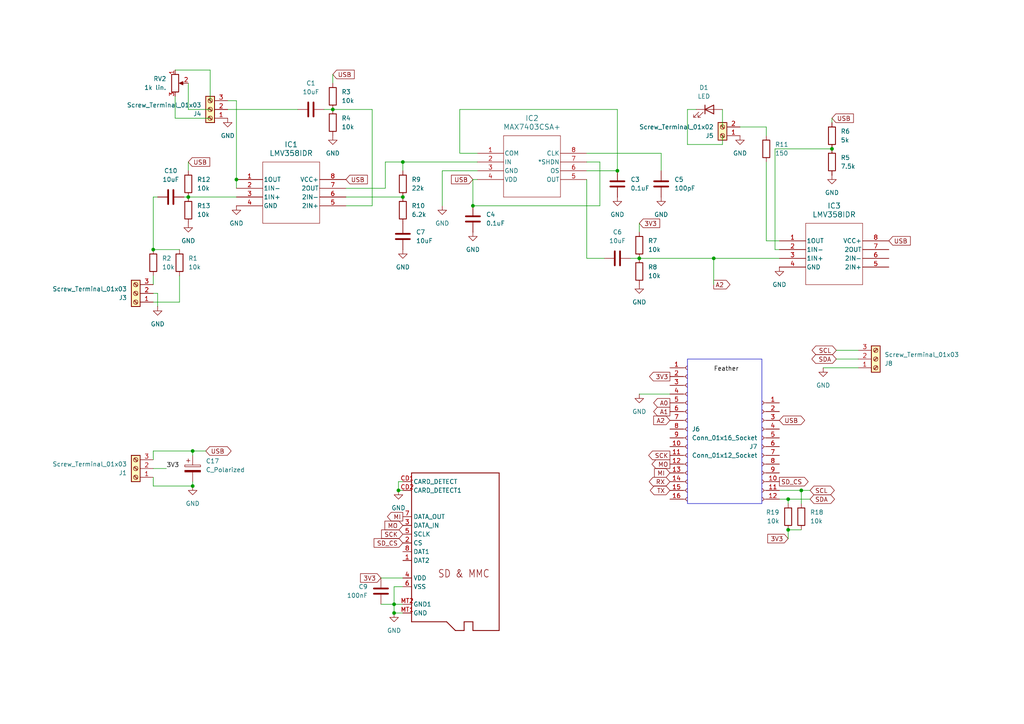
<source format=kicad_sch>
(kicad_sch (version 20231120) (generator "eeschema") (generator_version "8.0")
  (paper "A4")
  (lib_symbols
    (symbol "2024-09-15_01-54-02:MAX7403CSA+" (pin_names (offset 0.254))
      (property "Reference" "U2" (at 16.002 10.16 0))
      (property "Value" "MAX7403CSA+" (at 16.002 7.62 0))
      (symbol "MAX7403CSA+_0_1"
        (polyline (pts (xy 7.62 -12.7) (xy 24.13 -12.7)) (stroke (width 0.127)))
        (polyline (pts (xy 7.62 5.08) (xy 7.62 -12.7)) (stroke (width 0.127)))
        (polyline (pts (xy 24.13 -12.7) (xy 24.13 5.08)) (stroke (width 0.127)))
        (polyline (pts (xy 24.13 5.08) (xy 7.62 5.08)) (stroke (width 0.127)))
        (pin input line (at 0 0 0) (length 7.62) (name "COM") (number "1"))
        (pin input line (at 0 -2.54 0) (length 7.62) (name "IN") (number "2"))
        (pin power_in line (at 0 -5.08 0) (length 7.62) (name "GND") (number "3"))
        (pin power_in line (at 0 -7.62 0) (length 7.62) (name "VDD") (number "4"))
        (pin output line (at 31.75 -7.62 180) (length 7.62) (name "OUT") (number "5"))
        (pin input line (at 31.75 -5.08 180) (length 7.62) (name "OS") (number "6"))
        (pin input line (at 31.75 -2.54 180) (length 7.62) (name "*SHDN") (number "7"))
        (pin input line (at 31.75 0 180) (length 7.62) (name "CLK") (number "8"))
      )
    )
    (symbol "2024-09-15_02-31-25:LMV358IDR" (pin_names (offset 0.254))
      (property "Reference" "U3" (at 16.256 10.414 0))
      (property "Value" "LMV358IDR" (at 16.256 7.874 0))
      (symbol "LMV358IDR_0_1"
        (polyline (pts (xy 7.62 -12.7) (xy 24.13 -12.7)) (stroke (width 0.127)))
        (polyline (pts (xy 7.62 5.08) (xy 7.62 -12.7)) (stroke (width 0.127)))
        (polyline (pts (xy 24.13 -12.7) (xy 24.13 5.08)) (stroke (width 0.127)))
        (polyline (pts (xy 24.13 5.08) (xy 7.62 5.08)) (stroke (width 0.127)))
        (pin output line (at 0 0 0) (length 7.62) (name "1OUT") (number "1"))
        (pin input line (at 0 -2.54 0) (length 7.62) (name "1IN-") (number "2"))
        (pin input line (at 0 -5.08 0) (length 7.62) (name "1IN+") (number "3"))
        (pin power_in line (at 0 -7.62 0) (length 7.62) (name "GND") (number "4"))
        (pin input line (at 31.75 -7.62 180) (length 7.62) (name "2IN+") (number "5"))
        (pin input line (at 31.75 -5.08 180) (length 7.62) (name "2IN-") (number "6"))
        (pin output line (at 31.75 -2.54 180) (length 7.62) (name "2OUT") (number "7"))
        (pin power_in line (at 31.75 0 180) (length 7.62) (name "VCC+") (number "8"))
      )
    )
    (symbol "Connector:Conn_01x12_Socket" (pin_names (offset 1.016) hide)
      (property "Reference" "J" (at 0 15.24 0))
      (property "Value" "Conn_01x12_Socket" (at 0 -17.78 0))
      (symbol "Conn_01x12_Socket_1_1"
        (arc (start 0 -14.732) (mid -0.5058 -15.24) (end 0 -15.748) (stroke (width 0.1524)))
        (arc (start 0 -12.192) (mid -0.5058 -12.7) (end 0 -13.208) (stroke (width 0.1524)))
        (arc (start 0 -9.652) (mid -0.5058 -10.16) (end 0 -10.668) (stroke (width 0.1524)))
        (arc (start 0 -7.112) (mid -0.5058 -7.62) (end 0 -8.128) (stroke (width 0.1524)))
        (arc (start 0 -4.572) (mid -0.5058 -5.08) (end 0 -5.588) (stroke (width 0.1524)))
        (arc (start 0 -2.032) (mid -0.5058 -2.54) (end 0 -3.048) (stroke (width 0.1524)))
        (polyline (pts (xy -1.27 -15.24) (xy -0.508 -15.24)) (stroke (width 0.1524)))
        (polyline (pts (xy -1.27 -12.7) (xy -0.508 -12.7)) (stroke (width 0.1524)))
        (polyline (pts (xy -1.27 -10.16) (xy -0.508 -10.16)) (stroke (width 0.1524)))
        (polyline (pts (xy -1.27 -7.62) (xy -0.508 -7.62)) (stroke (width 0.1524)))
        (polyline (pts (xy -1.27 -5.08) (xy -0.508 -5.08)) (stroke (width 0.1524)))
        (polyline (pts (xy -1.27 -2.54) (xy -0.508 -2.54)) (stroke (width 0.1524)))
        (polyline (pts (xy -1.27 0) (xy -0.508 0)) (stroke (width 0.1524)))
        (polyline (pts (xy -1.27 2.54) (xy -0.508 2.54)) (stroke (width 0.1524)))
        (polyline (pts (xy -1.27 5.08) (xy -0.508 5.08)) (stroke (width 0.1524)))
        (polyline (pts (xy -1.27 7.62) (xy -0.508 7.62)) (stroke (width 0.1524)))
        (polyline (pts (xy -1.27 10.16) (xy -0.508 10.16)) (stroke (width 0.1524)))
        (polyline (pts (xy -1.27 12.7) (xy -0.508 12.7)) (stroke (width 0.1524)))
        (arc (start 0 0.508) (mid -0.5058 0) (end 0 -0.508) (stroke (width 0.1524)))
        (arc (start 0 3.048) (mid -0.5058 2.54) (end 0 2.032) (stroke (width 0.1524)))
        (arc (start 0 5.588) (mid -0.5058 5.08) (end 0 4.572) (stroke (width 0.1524)))
        (arc (start 0 8.128) (mid -0.5058 7.62) (end 0 7.112) (stroke (width 0.1524)))
        (arc (start 0 10.668) (mid -0.5058 10.16) (end 0 9.652) (stroke (width 0.1524)))
        (arc (start 0 13.208) (mid -0.5058 12.7) (end 0 12.192) (stroke (width 0.1524)))
        (pin passive line (at -5.08 12.7 0) (length 3.81) (name "Pin_1") (number "1"))
        (pin passive line (at -5.08 -10.16 0) (length 3.81) (name "Pin_10") (number "10"))
        (pin passive line (at -5.08 -12.7 0) (length 3.81) (name "Pin_11") (number "11"))
        (pin passive line (at -5.08 -15.24 0) (length 3.81) (name "Pin_12") (number "12"))
        (pin passive line (at -5.08 10.16 0) (length 3.81) (name "Pin_2") (number "2"))
        (pin passive line (at -5.08 7.62 0) (length 3.81) (name "Pin_3") (number "3"))
        (pin passive line (at -5.08 5.08 0) (length 3.81) (name "Pin_4") (number "4"))
        (pin passive line (at -5.08 2.54 0) (length 3.81) (name "Pin_5") (number "5"))
        (pin passive line (at -5.08 0 0) (length 3.81) (name "Pin_6") (number "6"))
        (pin passive line (at -5.08 -2.54 0) (length 3.81) (name "Pin_7") (number "7"))
        (pin passive line (at -5.08 -5.08 0) (length 3.81) (name "Pin_8") (number "8"))
        (pin passive line (at -5.08 -7.62 0) (length 3.81) (name "Pin_9") (number "9"))
      )
    )
    (symbol "Connector:Conn_01x16_Socket" (pin_names (offset 1.016) hide)
      (property "Reference" "J" (at 0 20.32 0))
      (property "Value" "Conn_01x16_Socket" (at 0 -22.86 0))
      (symbol "Conn_01x16_Socket_1_1"
        (arc (start 0 -19.812) (mid -0.5058 -20.32) (end 0 -20.828) (stroke (width 0.1524)))
        (arc (start 0 -17.272) (mid -0.5058 -17.78) (end 0 -18.288) (stroke (width 0.1524)))
        (arc (start 0 -14.732) (mid -0.5058 -15.24) (end 0 -15.748) (stroke (width 0.1524)))
        (arc (start 0 -12.192) (mid -0.5058 -12.7) (end 0 -13.208) (stroke (width 0.1524)))
        (arc (start 0 -9.652) (mid -0.5058 -10.16) (end 0 -10.668) (stroke (width 0.1524)))
        (arc (start 0 -7.112) (mid -0.5058 -7.62) (end 0 -8.128) (stroke (width 0.1524)))
        (arc (start 0 -4.572) (mid -0.5058 -5.08) (end 0 -5.588) (stroke (width 0.1524)))
        (arc (start 0 -2.032) (mid -0.5058 -2.54) (end 0 -3.048) (stroke (width 0.1524)))
        (polyline (pts (xy -1.27 -20.32) (xy -0.508 -20.32)) (stroke (width 0.1524)))
        (polyline (pts (xy -1.27 -17.78) (xy -0.508 -17.78)) (stroke (width 0.1524)))
        (polyline (pts (xy -1.27 -15.24) (xy -0.508 -15.24)) (stroke (width 0.1524)))
        (polyline (pts (xy -1.27 -12.7) (xy -0.508 -12.7)) (stroke (width 0.1524)))
        (polyline (pts (xy -1.27 -10.16) (xy -0.508 -10.16)) (stroke (width 0.1524)))
        (polyline (pts (xy -1.27 -7.62) (xy -0.508 -7.62)) (stroke (width 0.1524)))
        (polyline (pts (xy -1.27 -5.08) (xy -0.508 -5.08)) (stroke (width 0.1524)))
        (polyline (pts (xy -1.27 -2.54) (xy -0.508 -2.54)) (stroke (width 0.1524)))
        (polyline (pts (xy -1.27 0) (xy -0.508 0)) (stroke (width 0.1524)))
        (polyline (pts (xy -1.27 2.54) (xy -0.508 2.54)) (stroke (width 0.1524)))
        (polyline (pts (xy -1.27 5.08) (xy -0.508 5.08)) (stroke (width 0.1524)))
        (polyline (pts (xy -1.27 7.62) (xy -0.508 7.62)) (stroke (width 0.1524)))
        (polyline (pts (xy -1.27 10.16) (xy -0.508 10.16)) (stroke (width 0.1524)))
        (polyline (pts (xy -1.27 12.7) (xy -0.508 12.7)) (stroke (width 0.1524)))
        (polyline (pts (xy -1.27 15.24) (xy -0.508 15.24)) (stroke (width 0.1524)))
        (polyline (pts (xy -1.27 17.78) (xy -0.508 17.78)) (stroke (width 0.1524)))
        (arc (start 0 0.508) (mid -0.5058 0) (end 0 -0.508) (stroke (width 0.1524)))
        (arc (start 0 3.048) (mid -0.5058 2.54) (end 0 2.032) (stroke (width 0.1524)))
        (arc (start 0 5.588) (mid -0.5058 5.08) (end 0 4.572) (stroke (width 0.1524)))
        (arc (start 0 8.128) (mid -0.5058 7.62) (end 0 7.112) (stroke (width 0.1524)))
        (arc (start 0 10.668) (mid -0.5058 10.16) (end 0 9.652) (stroke (width 0.1524)))
        (arc (start 0 13.208) (mid -0.5058 12.7) (end 0 12.192) (stroke (width 0.1524)))
        (arc (start 0 15.748) (mid -0.5058 15.24) (end 0 14.732) (stroke (width 0.1524)))
        (arc (start 0 18.288) (mid -0.5058 17.78) (end 0 17.272) (stroke (width 0.1524)))
        (pin passive line (at -5.08 17.78 0) (length 3.81) (name "Pin_1") (number "1"))
        (pin passive line (at -5.08 -5.08 0) (length 3.81) (name "Pin_10") (number "10"))
        (pin passive line (at -5.08 -7.62 0) (length 3.81) (name "Pin_11") (number "11"))
        (pin passive line (at -5.08 -10.16 0) (length 3.81) (name "Pin_12") (number "12"))
        (pin passive line (at -5.08 -12.7 0) (length 3.81) (name "Pin_13") (number "13"))
        (pin passive line (at -5.08 -15.24 0) (length 3.81) (name "Pin_14") (number "14"))
        (pin passive line (at -5.08 -17.78 0) (length 3.81) (name "Pin_15") (number "15"))
        (pin passive line (at -5.08 -20.32 0) (length 3.81) (name "Pin_16") (number "16"))
        (pin passive line (at -5.08 15.24 0) (length 3.81) (name "Pin_2") (number "2"))
        (pin passive line (at -5.08 12.7 0) (length 3.81) (name "Pin_3") (number "3"))
        (pin passive line (at -5.08 10.16 0) (length 3.81) (name "Pin_4") (number "4"))
        (pin passive line (at -5.08 7.62 0) (length 3.81) (name "Pin_5") (number "5"))
        (pin passive line (at -5.08 5.08 0) (length 3.81) (name "Pin_6") (number "6"))
        (pin passive line (at -5.08 2.54 0) (length 3.81) (name "Pin_7") (number "7"))
        (pin passive line (at -5.08 0 0) (length 3.81) (name "Pin_8") (number "8"))
        (pin passive line (at -5.08 -2.54 0) (length 3.81) (name "Pin_9") (number "9"))
      )
    )
    (symbol "Connector:Screw_Terminal_01x02" (pin_names (offset 1.016) hide)
      (property "Reference" "J" (at 0 2.54 0))
      (property "Value" "Screw_Terminal_01x02" (at 0 -5.08 0))
      (symbol "Screw_Terminal_01x02_1_1"
        (rectangle (start -1.27 1.27) (end 1.27 -3.81) (stroke (width 0.254)) (fill (type background)))
        (circle (center 0 -2.54) (radius 0.635) (stroke (width 0.1524)))
        (polyline (pts (xy -0.5334 -2.2098) (xy 0.3302 -3.048)) (stroke (width 0.1524)))
        (polyline (pts (xy -0.5334 0.3302) (xy 0.3302 -0.508)) (stroke (width 0.1524)))
        (polyline (pts (xy -0.3556 -2.032) (xy 0.508 -2.8702)) (stroke (width 0.1524)))
        (polyline (pts (xy -0.3556 0.508) (xy 0.508 -0.3302)) (stroke (width 0.1524)))
        (circle (center 0 0) (radius 0.635) (stroke (width 0.1524)))
        (pin passive line (at -5.08 0 0) (length 3.81) (name "Pin_1") (number "1"))
        (pin passive line (at -5.08 -2.54 0) (length 3.81) (name "Pin_2") (number "2"))
      )
    )
    (symbol "Connector:Screw_Terminal_01x03" (pin_names (offset 1.016) hide)
      (property "Reference" "J" (at 0 5.08 0))
      (property "Value" "Screw_Terminal_01x03" (at 0 -5.08 0))
      (symbol "Screw_Terminal_01x03_1_1"
        (rectangle (start -1.27 3.81) (end 1.27 -3.81) (stroke (width 0.254)) (fill (type background)))
        (circle (center 0 -2.54) (radius 0.635) (stroke (width 0.1524)))
        (polyline (pts (xy -0.5334 -2.2098) (xy 0.3302 -3.048)) (stroke (width 0.1524)))
        (polyline (pts (xy -0.5334 0.3302) (xy 0.3302 -0.508)) (stroke (width 0.1524)))
        (polyline (pts (xy -0.5334 2.8702) (xy 0.3302 2.032)) (stroke (width 0.1524)))
        (polyline (pts (xy -0.3556 -2.032) (xy 0.508 -2.8702)) (stroke (width 0.1524)))
        (polyline (pts (xy -0.3556 0.508) (xy 0.508 -0.3302)) (stroke (width 0.1524)))
        (polyline (pts (xy -0.3556 3.048) (xy 0.508 2.2098)) (stroke (width 0.1524)))
        (circle (center 0 0) (radius 0.635) (stroke (width 0.1524)))
        (circle (center 0 2.54) (radius 0.635) (stroke (width 0.1524)))
        (pin passive line (at -5.08 2.54 0) (length 3.81) (name "Pin_1") (number "1"))
        (pin passive line (at -5.08 0 0) (length 3.81) (name "Pin_2") (number "2"))
        (pin passive line (at -5.08 -2.54 0) (length 3.81) (name "Pin_3") (number "3"))
      )
    )
    (symbol "Device:C" (pin_numbers hide) (pin_names (offset 0.254))
      (property "Reference" "C" (at 0.635 2.54 0))
      (property "Value" "C" (at 0.635 -2.54 0))
      (symbol "C_0_1"
        (polyline (pts (xy -2.032 -0.762) (xy 2.032 -0.762)) (stroke (width 0.508)))
        (polyline (pts (xy -2.032 0.762) (xy 2.032 0.762)) (stroke (width 0.508)))
      )
      (symbol "C_1_1"
        (pin passive line (at 0 3.81 270) (length 2.794) (name "~") (number "1"))
        (pin passive line (at 0 -3.81 90) (length 2.794) (name "~") (number "2"))
      )
    )
    (symbol "Device:C_Polarized" (pin_numbers hide) (pin_names (offset 0.254))
      (property "Reference" "C" (at 0.635 2.54 0))
      (property "Value" "C_Polarized" (at 0.635 -2.54 0))
      (symbol "C_Polarized_0_1"
        (rectangle (start -2.286 0.508) (end 2.286 1.016))
        (polyline (pts (xy -1.778 2.286) (xy -0.762 2.286)))
        (polyline (pts (xy -1.27 2.794) (xy -1.27 1.778)))
        (rectangle (start 2.286 -0.508) (end -2.286 -1.016) (fill (type outline)))
      )
      (symbol "C_Polarized_1_1"
        (pin passive line (at 0 3.81 270) (length 2.794) (name "~") (number "1"))
        (pin passive line (at 0 -3.81 90) (length 2.794) (name "~") (number "2"))
      )
    )
    (symbol "Device:LED" (pin_numbers hide) (pin_names (offset 1.016) hide)
      (property "Reference" "D" (at 0 2.54 0))
      (property "Value" "LED" (at 0 -2.54 0))
      (symbol "LED_0_1"
        (polyline (pts (xy -1.27 -1.27) (xy -1.27 1.27)) (stroke (width 0.254)))
        (polyline (pts (xy -1.27 0) (xy 1.27 0)))
        (polyline (pts (xy 1.27 -1.27) (xy 1.27 1.27) (xy -1.27 0) (xy 1.27 -1.27)) (stroke (width 0.254)))
        (polyline (pts (xy -3.048 -0.762) (xy -4.572 -2.286) (xy -3.81 -2.286) (xy -4.572 -2.286) (xy -4.572 -1.524)))
        (polyline (pts (xy -1.778 -0.762) (xy -3.302 -2.286) (xy -2.54 -2.286) (xy -3.302 -2.286) (xy -3.302 -1.524)))
      )
      (symbol "LED_1_1"
        (pin passive line (at -3.81 0 0) (length 2.54) (name "K") (number "1"))
        (pin passive line (at 3.81 0 180) (length 2.54) (name "A") (number "2"))
      )
    )
    (symbol "Device:R" (pin_numbers hide) (pin_names (offset 0))
      (property "Reference" "R" (at 2.032 0 90))
      (property "Value" "R" (at 0 0 90))
      (symbol "R_0_1"
        (rectangle (start -1.016 -2.54) (end 1.016 2.54) (stroke (width 0.254)))
      )
      (symbol "R_1_1"
        (pin passive line (at 0 3.81 270) (length 1.27) (name "~") (number "1"))
        (pin passive line (at 0 -3.81 90) (length 1.27) (name "~") (number "2"))
      )
    )
    (symbol "Device:R_Potentiometer" (pin_names (offset 1.016) hide)
      (property "Reference" "RV" (at -4.445 0 90))
      (property "Value" "R_Potentiometer" (at -2.54 0 90))
      (symbol "R_Potentiometer_0_1"
        (polyline (pts (xy 2.54 0) (xy 1.524 0)))
        (polyline (pts (xy 1.143 0) (xy 2.286 0.508) (xy 2.286 -0.508) (xy 1.143 0)) (fill (type outline)))
        (rectangle (start 1.016 2.54) (end -1.016 -2.54) (stroke (width 0.254)))
      )
      (symbol "R_Potentiometer_1_1"
        (pin passive line (at 0 3.81 270) (length 1.27) (name "1") (number "1"))
        (pin passive line (at 3.81 0 180) (length 1.27) (name "2") (number "2"))
        (pin passive line (at 0 -3.81 90) (length 1.27) (name "3") (number "3"))
      )
    )
    (symbol "adafruit:MICROSD"
      (symbol "MICROSD_1_0"
        (polyline (pts (xy -15.24 -22.86) (xy -5.08 -22.86)) (stroke (width 0.254)))
        (polyline (pts (xy -15.24 20.32) (xy -15.24 -22.86)) (stroke (width 0.254)))
        (polyline (pts (xy -5.08 -22.86) (xy -2.54 -25.4)) (stroke (width 0.254)))
        (polyline (pts (xy -2.54 -25.4) (xy 0 -25.4)) (stroke (width 0.254)))
        (polyline (pts (xy 0 -25.4) (xy 0 -22.86)) (stroke (width 0.254)))
        (polyline (pts (xy 0 -22.86) (xy 2.54 -22.86)) (stroke (width 0.254)))
        (polyline (pts (xy 2.54 -25.4) (xy 10.16 -25.4)) (stroke (width 0.254)))
        (polyline (pts (xy 2.54 -22.86) (xy 2.54 -25.4)) (stroke (width 0.254)))
        (polyline (pts (xy 10.16 -25.4) (xy 10.16 20.32)) (stroke (width 0.254)))
        (polyline (pts (xy 10.16 20.32) (xy -15.24 20.32)) (stroke (width 0.254)))
        (text "SD & MMC" (at -7.62 -10.16 0) (effects (font (size 2.1844 1.8567)) (justify left bottom)))
        (pin bidirectional line (at -17.78 -5.08 0) (length 2.54) (name "DAT2") (number "1"))
        (pin input line (at -17.78 0 0) (length 2.54) (name "CS") (number "2"))
        (pin input line (at -17.78 5.08 0) (length 2.54) (name "DATA_IN") (number "3"))
        (pin power_in line (at -17.78 -10.16 0) (length 2.54) (name "VDD") (number "4"))
        (pin input line (at -17.78 2.54 0) (length 2.54) (name "SCLK") (number "5"))
        (pin power_in line (at -17.78 -12.7 0) (length 2.54) (name "VSS") (number "6"))
        (pin output line (at -17.78 7.62 0) (length 2.54) (name "DATA_OUT") (number "7"))
        (pin bidirectional line (at -17.78 -2.54 0) (length 2.54) (name "DAT1") (number "8"))
        (pin passive line (at -17.78 17.78 0) (length 2.54) (name "CARD_DETECT") (number "CD1"))
        (pin passive line (at -17.78 15.24 0) (length 2.54) (name "CARD_DETECT1") (number "CD2"))
        (pin power_in line (at -17.78 -20.32 0) (length 2.54) (name "GND") (number "MT1"))
        (pin power_in line (at -17.78 -17.78 0) (length 2.54) (name "GND1") (number "MT2"))
      )
    )
    (symbol "power:GND" (power) (pin_numbers hide) (pin_names (offset 0) hide)
      (property "Value" "GND" (at 0 -3.81 0))
      (symbol "GND_0_1"
        (polyline (pts (xy 0 0) (xy 0 -1.27) (xy 1.27 -1.27) (xy 0 -2.54) (xy -1.27 -1.27) (xy 0 -1.27)))
      )
      (symbol "GND_1_1"
        (pin power_in line (at 0 0 270) (length 0) (name "~") (number "1"))
      )
    )
  )
  (junction (at 114.3 177.8))
  (junction (at 116.84 57.15))
  (junction (at 241.3 43.18))
  (junction (at 207.01 74.93))
  (junction (at 185.42 74.93))
  (junction (at 137.16 59.69))
  (junction (at 114.3 175.26))
  (junction (at 55.88 140.97))
  (junction (at 179.07 49.53))
  (junction (at 55.88 130.81))
  (junction (at 232.41 142.24))
  (junction (at 54.61 57.15))
  (junction (at 115.57 142.24))
  (junction (at 228.6 144.78))
  (junction (at 228.6 153.67))
  (junction (at 68.58 52.07))
  (junction (at 116.84 46.99))
  (junction (at 96.52 31.75))
  (junction (at 44.45 72.39))
  (wire (pts (xy 222.25 46.99) (xy 222.25 69.85)))
  (wire (pts (xy 110.49 167.64) (xy 116.84 167.64)))
  (wire (pts (xy 226.06 144.78) (xy 228.6 144.78)))
  (wire (pts (xy 116.84 170.18) (xy 114.3 170.18)))
  (wire (pts (xy 44.45 138.43) (xy 44.45 140.97)))
  (wire (pts (xy 55.88 139.7) (xy 55.88 140.97)))
  (wire (pts (xy 201.93 31.75) (xy 199.39 31.75)))
  (wire (pts (xy 54.61 57.15) (xy 68.58 57.15)))
  (wire (pts (xy 96.52 31.75) (xy 107.95 31.75)))
  (wire (pts (xy 54.61 57.15) (xy 53.34 57.15)))
  (wire (pts (xy 185.42 64.77) (xy 185.42 67.31)))
  (wire (pts (xy 44.45 140.97) (xy 55.88 140.97)))
  (wire (pts (xy 170.18 52.07) (xy 170.18 74.93)))
  (wire (pts (xy 133.35 44.45) (xy 138.43 44.45)))
  (wire (pts (xy 68.58 52.07) (xy 68.58 54.61)))
  (wire (pts (xy 68.58 52.07) (xy 68.58 29.21)))
  (wire (pts (xy 242.57 104.14) (xy 248.92 104.14)))
  (wire (pts (xy 207.01 74.93) (xy 226.06 74.93)))
  (wire (pts (xy 96.52 31.75) (xy 93.98 31.75)))
  (wire (pts (xy 224.79 72.39) (xy 224.79 43.18)))
  (wire (pts (xy 111.76 46.99) (xy 116.84 46.99)))
  (wire (pts (xy 45.72 85.09) (xy 44.45 85.09)))
  (wire (pts (xy 214.63 36.83) (xy 222.25 36.83)))
  (wire (pts (xy 241.3 34.29) (xy 241.3 35.56)))
  (wire (pts (xy 44.45 87.63) (xy 52.07 87.63)))
  (wire (pts (xy 116.84 46.99) (xy 138.43 46.99)))
  (wire (pts (xy 55.88 130.81) (xy 59.69 130.81)))
  (wire (pts (xy 44.45 72.39) (xy 44.45 57.15)))
  (wire (pts (xy 107.95 31.75) (xy 107.95 59.69)))
  (wire (pts (xy 50.8 34.29) (xy 60.96 34.29)))
  (wire (pts (xy 207.01 74.93) (xy 207.01 82.55)))
  (wire (pts (xy 128.27 49.53) (xy 128.27 59.69)))
  (wire (pts (xy 114.3 170.18) (xy 114.3 175.26)))
  (wire (pts (xy 173.99 46.99) (xy 173.99 59.69)))
  (wire (pts (xy 133.35 31.75) (xy 179.07 31.75)))
  (wire (pts (xy 185.42 114.3) (xy 194.31 114.3)))
  (wire (pts (xy 114.3 175.26) (xy 116.84 175.26)))
  (wire (pts (xy 179.07 31.75) (xy 179.07 49.53)))
  (wire (pts (xy 138.43 49.53) (xy 128.27 49.53)))
  (wire (pts (xy 44.45 135.89) (xy 48.26 135.89)))
  (wire (pts (xy 179.07 49.53) (xy 170.18 49.53)))
  (wire (pts (xy 238.76 106.68) (xy 248.92 106.68)))
  (wire (pts (xy 50.8 27.94) (xy 50.8 34.29)))
  (wire (pts (xy 226.06 72.39) (xy 224.79 72.39)))
  (wire (pts (xy 115.57 142.24) (xy 116.84 142.24)))
  (wire (pts (xy 116.84 139.7) (xy 115.57 139.7)))
  (wire (pts (xy 199.39 31.75) (xy 199.39 41.91)))
  (wire (pts (xy 66.04 31.75) (xy 86.36 31.75)))
  (wire (pts (xy 232.41 142.24) (xy 232.41 146.05)))
  (wire (pts (xy 170.18 46.99) (xy 173.99 46.99)))
  (wire (pts (xy 114.3 177.8) (xy 116.84 177.8)))
  (wire (pts (xy 170.18 44.45) (xy 191.77 44.45)))
  (wire (pts (xy 45.72 88.9) (xy 45.72 85.09)))
  (wire (pts (xy 232.41 142.24) (xy 234.95 142.24)))
  (wire (pts (xy 52.07 72.39) (xy 44.45 72.39)))
  (wire (pts (xy 50.8 20.32) (xy 60.96 20.32)))
  (wire (pts (xy 228.6 153.67) (xy 228.6 156.21)))
  (wire (pts (xy 100.33 57.15) (xy 116.84 57.15)))
  (wire (pts (xy 137.16 52.07) (xy 137.16 59.69)))
  (wire (pts (xy 209.55 39.37) (xy 209.55 41.91)))
  (wire (pts (xy 54.61 31.75) (xy 60.96 31.75)))
  (wire (pts (xy 52.07 87.63) (xy 52.07 80.01)))
  (wire (pts (xy 209.55 31.75) (xy 209.55 36.83)))
  (wire (pts (xy 185.42 74.93) (xy 182.88 74.93)))
  (wire (pts (xy 222.25 69.85) (xy 226.06 69.85)))
  (wire (pts (xy 228.6 144.78) (xy 228.6 146.05)))
  (wire (pts (xy 170.18 74.93) (xy 175.26 74.93)))
  (wire (pts (xy 111.76 46.99) (xy 111.76 54.61)))
  (wire (pts (xy 115.57 139.7) (xy 115.57 142.24)))
  (wire (pts (xy 222.25 36.83) (xy 222.25 39.37)))
  (wire (pts (xy 242.57 101.6) (xy 248.92 101.6)))
  (wire (pts (xy 173.99 59.69) (xy 137.16 59.69)))
  (wire (pts (xy 224.79 43.18) (xy 241.3 43.18)))
  (wire (pts (xy 185.42 74.93) (xy 207.01 74.93)))
  (wire (pts (xy 116.84 49.53) (xy 116.84 46.99)))
  (wire (pts (xy 44.45 130.81) (xy 55.88 130.81)))
  (wire (pts (xy 68.58 29.21) (xy 66.04 29.21)))
  (wire (pts (xy 191.77 44.45) (xy 191.77 49.53)))
  (wire (pts (xy 228.6 153.67) (xy 232.41 153.67)))
  (wire (pts (xy 228.6 144.78) (xy 234.95 144.78)))
  (wire (pts (xy 54.61 46.99) (xy 54.61 49.53)))
  (wire (pts (xy 96.52 21.59) (xy 96.52 24.13)))
  (wire (pts (xy 44.45 80.01) (xy 44.45 82.55)))
  (wire (pts (xy 44.45 130.81) (xy 44.45 133.35)))
  (wire (pts (xy 44.45 57.15) (xy 45.72 57.15)))
  (wire (pts (xy 226.06 142.24) (xy 232.41 142.24)))
  (wire (pts (xy 111.76 54.61) (xy 100.33 54.61)))
  (wire (pts (xy 199.39 41.91) (xy 209.55 41.91)))
  (wire (pts (xy 110.49 175.26) (xy 114.3 175.26)))
  (wire (pts (xy 137.16 52.07) (xy 138.43 52.07)))
  (wire (pts (xy 54.61 24.13) (xy 54.61 31.75)))
  (wire (pts (xy 55.88 130.81) (xy 55.88 132.08)))
  (wire (pts (xy 133.35 44.45) (xy 133.35 31.75)))
  (wire (pts (xy 60.96 20.32) (xy 60.96 29.21)))
  (wire (pts (xy 114.3 175.26) (xy 114.3 177.8)))
  (wire (pts (xy 107.95 59.69) (xy 100.33 59.69)))
  (rectangle (start 199.39 104.14) (end 220.98 146.05))
  (label "Feather" (at 207.01 107.95 0))
  (label "3V3" (at 48.26 135.89 0))
  (global_label "SCL" (shape bidirectional) (at 242.57 101.6 180) (property "Intersheetrefs" "${INTERSHEET_REFS}" (effects (hide yes))))
  (global_label "A2" (shape input) (at 194.31 121.92 180) (property "Intersheetrefs" "${INTERSHEET_REFS}" (effects (hide yes))))
  (global_label "SD_CS" (shape input) (at 116.84 157.48 180) (property "Intersheetrefs" "${INTERSHEET_REFS}" (effects (hide yes))))
  (global_label "SD_CS" (shape output) (at 226.06 139.7 0) (property "Intersheetrefs" "${INTERSHEET_REFS}" (effects (hide yes))))
  (global_label "SCK" (shape input) (at 116.84 154.94 180) (property "Intersheetrefs" "${INTERSHEET_REFS}" (effects (hide yes))))
  (global_label "3V3" (shape input) (at 185.42 64.77 0) (property "Intersheetrefs" "${INTERSHEET_REFS}" (effects (hide yes))))
  (global_label "3V3" (shape input) (at 110.49 167.64 180) (property "Intersheetrefs" "${INTERSHEET_REFS}" (effects (hide yes))))
  (global_label "USB" (shape input) (at 137.16 52.07 180) (property "Intersheetrefs" "${INTERSHEET_REFS}" (effects (hide yes))))
  (global_label "USB" (shape input) (at 257.81 69.85 0) (property "Intersheetrefs" "${INTERSHEET_REFS}" (effects (hide yes))))
  (global_label "TX" (shape bidirectional) (at 194.31 142.24 180) (property "Intersheetrefs" "${INTERSHEET_REFS}" (effects (hide yes))))
  (global_label "USB" (shape input) (at 100.33 52.07 0) (property "Intersheetrefs" "${INTERSHEET_REFS}" (effects (hide yes))))
  (global_label "USB" (shape input) (at 96.52 21.59 0) (property "Intersheetrefs" "${INTERSHEET_REFS}" (effects (hide yes))))
  (global_label "A1" (shape output) (at 194.31 119.38 180) (property "Intersheetrefs" "${INTERSHEET_REFS}" (effects (hide yes))))
  (global_label "A2" (shape output) (at 207.01 82.55 0) (property "Intersheetrefs" "${INTERSHEET_REFS}" (effects (hide yes))))
  (global_label "USB" (shape input) (at 54.61 46.99 0) (property "Intersheetrefs" "${INTERSHEET_REFS}" (effects (hide yes))))
  (global_label "MI" (shape input) (at 194.31 137.16 180) (property "Intersheetrefs" "${INTERSHEET_REFS}" (effects (hide yes))))
  (global_label "RX" (shape bidirectional) (at 194.31 139.7 180) (property "Intersheetrefs" "${INTERSHEET_REFS}" (effects (hide yes))))
  (global_label "A0" (shape output) (at 194.31 116.84 180) (property "Intersheetrefs" "${INTERSHEET_REFS}" (effects (hide yes))))
  (global_label "USB" (shape input) (at 241.3 34.29 0) (property "Intersheetrefs" "${INTERSHEET_REFS}" (effects (hide yes))))
  (global_label "USB" (shape bidirectional) (at 59.69 130.81 0) (property "Intersheetrefs" "${INTERSHEET_REFS}" (effects (hide yes))))
  (global_label "SDA" (shape bidirectional) (at 242.57 104.14 180) (property "Intersheetrefs" "${INTERSHEET_REFS}" (effects (hide yes))))
  (global_label "MO" (shape input) (at 116.84 152.4 180) (property "Intersheetrefs" "${INTERSHEET_REFS}" (effects (hide yes))))
  (global_label "3V3" (shape output) (at 194.31 109.22 180) (property "Intersheetrefs" "${INTERSHEET_REFS}" (effects (hide yes))))
  (global_label "3V3" (shape input) (at 228.6 156.21 180) (property "Intersheetrefs" "${INTERSHEET_REFS}" (effects (hide yes))))
  (global_label "USB" (shape bidirectional) (at 226.06 121.92 0) (property "Intersheetrefs" "${INTERSHEET_REFS}" (effects (hide yes))))
  (global_label "MO" (shape output) (at 194.31 134.62 180) (property "Intersheetrefs" "${INTERSHEET_REFS}" (effects (hide yes))))
  (global_label "SCK" (shape output) (at 194.31 132.08 180) (property "Intersheetrefs" "${INTERSHEET_REFS}" (effects (hide yes))))
  (global_label "MI" (shape output) (at 116.84 149.86 180) (property "Intersheetrefs" "${INTERSHEET_REFS}" (effects (hide yes))))
  (global_label "SDA" (shape bidirectional) (at 234.95 144.78 0) (property "Intersheetrefs" "${INTERSHEET_REFS}" (effects (hide yes))))
  (global_label "SCL" (shape bidirectional) (at 234.95 142.24 0) (property "Intersheetrefs" "${INTERSHEET_REFS}" (effects (hide yes))))
  (symbol (lib_id "Device:R") (at 241.3 39.37 0) (unit 1)
    (property "Reference" "R6" (at 243.84 38.0999 0) (effects (justify left)))
    (property "Value" "5k" (at 243.84 40.6399 0) (effects (justify left)))
    (property "Footprint" "Resistor_SMD:R_1206_3216Metric" (effects (hide yes)))
    (property "Description" "Resistor" (effects (hide yes)))
  )
  (symbol (lib_id "power:GND") (at 226.06 77.47 0) (unit 1)
    (property "Reference" "#PWR04" (effects (hide yes)))
    (property "Value" "GND" (at 226.06 82.55 0))
    (property "Description" "Power symbol creates a global label with name \"GND\" , ground" (effects (hide yes)))
  )
  (symbol (lib_id "Device:C") (at 191.77 53.34 180) (unit 1)
    (property "Reference" "C5" (at 195.58 52.0699 0) (effects (justify right)))
    (property "Value" "100pF" (at 195.58 54.6099 0) (effects (justify right)))
    (property "Footprint" "Capacitor_SMD:C_0805_2012Metric" (effects (hide yes)))
    (property "Description" "Unpolarized capacitor" (effects (hide yes)))
  )
  (symbol (lib_id "Device:C") (at 179.07 74.93 270) (unit 1)
    (property "Reference" "C6" (at 179.07 67.31 90))
    (property "Value" "10uF" (at 179.07 69.85 90))
    (property "Footprint" "Capacitor_SMD:C_0805_2012Metric" (effects (hide yes)))
    (property "Description" "Unpolarized capacitor" (effects (hide yes)))
  )
  (symbol (lib_id "power:GND") (at 128.27 59.69 0) (unit 1)
    (property "Reference" "#PWR09" (effects (hide yes)))
    (property "Value" "GND" (at 128.27 64.77 0))
    (property "Description" "Power symbol creates a global label with name \"GND\" , ground" (effects (hide yes)))
  )
  (symbol (lib_id "power:GND") (at 191.77 57.15 0) (unit 1)
    (property "Reference" "#PWR010" (effects (hide yes)))
    (property "Value" "GND" (at 191.77 62.23 0))
    (property "Description" "Power symbol creates a global label with name \"GND\" , ground" (effects (hide yes)))
  )
  (symbol (lib_id "Connector:Screw_Terminal_01x03") (at 254 104.14 0) (mirror x) (unit 1)
    (property "Reference" "J8" (at 256.54 105.4101 0) (effects (justify left)))
    (property "Value" "Screw_Terminal_01x03" (at 256.54 102.8701 0) (effects (justify left)))
    (property "Footprint" "TerminalBlock_TE-Connectivity:TerminalBlock_TE_282834-3_1x03_P2.54mm_Horizontal" (effects (hide yes)))
    (property "Description" "Generic screw terminal, single row, 01x03, script generated (kicad-library-utils/schlib/autogen/connector/)" (effects (hide yes)))
  )
  (symbol (lib_id "power:GND") (at 185.42 82.55 0) (unit 1)
    (property "Reference" "#PWR011" (effects (hide yes)))
    (property "Value" "GND" (at 185.42 87.63 0))
    (property "Description" "Power symbol creates a global label with name \"GND\" , ground" (effects (hide yes)))
  )
  (symbol (lib_id "Device:C_Polarized") (at 55.88 135.89 0) (unit 1)
    (property "Reference" "C17" (at 59.69 133.7309 0) (effects (justify left)))
    (property "Value" "C_Polarized" (at 59.69 136.2709 0) (effects (justify left)))
    (property "Footprint" "Capacitor_THT:CP_Radial_D8.0mm_P3.50mm" (effects (hide yes)))
    (property "Description" "Polarized capacitor" (effects (hide yes)))
  )
  (symbol (lib_id "power:GND") (at 214.63 39.37 0) (unit 1)
    (property "Reference" "#PWR06" (effects (hide yes)))
    (property "Value" "GND" (at 214.63 44.45 0))
    (property "Description" "Power symbol creates a global label with name \"GND\" , ground" (effects (hide yes)))
  )
  (symbol (lib_id "Device:R") (at 185.42 71.12 0) (unit 1)
    (property "Reference" "R7" (at 187.96 69.8499 0) (effects (justify left)))
    (property "Value" "10k" (at 187.96 72.3899 0) (effects (justify left)))
    (property "Footprint" "Resistor_SMD:R_1206_3216Metric" (effects (hide yes)))
    (property "Description" "Resistor" (effects (hide yes)))
  )
  (symbol (lib_id "power:GND") (at 115.57 142.24 0) (unit 1)
    (property "Reference" "#PWR027" (effects (hide yes)))
    (property "Value" "GND" (at 115.57 147.32 0))
    (property "Description" "Power symbol creates a global label with name \"GND\" , ground" (effects (hide yes)))
  )
  (symbol (lib_id "Device:R") (at 96.52 27.94 0) (unit 1)
    (property "Reference" "R3" (at 99.06 26.6699 0) (effects (justify left)))
    (property "Value" "10k" (at 99.06 29.2099 0) (effects (justify left)))
    (property "Footprint" "Resistor_SMD:R_1206_3216Metric" (effects (hide yes)))
    (property "Description" "Resistor" (effects (hide yes)))
  )
  (symbol (lib_id "power:GND") (at 68.58 59.69 0) (unit 1)
    (property "Reference" "#PWR012" (effects (hide yes)))
    (property "Value" "GND" (at 68.58 64.77 0))
    (property "Description" "Power symbol creates a global label with name \"GND\" , ground" (effects (hide yes)))
  )
  (symbol (lib_id "Connector:Screw_Terminal_01x03") (at 39.37 135.89 180) (unit 1)
    (property "Reference" "J1" (at 36.83 137.1601 0) (effects (justify left)))
    (property "Value" "Screw_Terminal_01x03" (at 36.83 134.6201 0) (effects (justify left)))
    (property "Footprint" "TerminalBlock_TE-Connectivity:TerminalBlock_TE_282834-3_1x03_P2.54mm_Horizontal" (effects (hide yes)))
    (property "Description" "Generic screw terminal, single row, 01x03, script generated (kicad-library-utils/schlib/autogen/connector/)" (effects (hide yes)))
  )
  (symbol (lib_id "Device:R") (at 228.6 149.86 0) (mirror y) (unit 1)
    (property "Reference" "R19" (at 226.06 148.5899 0) (effects (justify left)))
    (property "Value" "10k" (at 226.06 151.1299 0) (effects (justify left)))
    (property "Footprint" "Resistor_SMD:R_1206_3216Metric" (effects (hide yes)))
    (property "Description" "Resistor" (effects (hide yes)))
  )
  (symbol (lib_id "power:GND") (at 179.07 57.15 0) (unit 1)
    (property "Reference" "#PWR07" (effects (hide yes)))
    (property "Value" "GND" (at 179.07 62.23 0))
    (property "Description" "Power symbol creates a global label with name \"GND\" , ground" (effects (hide yes)))
  )
  (symbol (lib_id "Device:R") (at 116.84 53.34 180) (unit 1)
    (property "Reference" "R9" (at 119.38 52.0699 0) (effects (justify right)))
    (property "Value" "22k" (at 119.38 54.6099 0) (effects (justify right)))
    (property "Footprint" "Resistor_SMD:R_1206_3216Metric" (effects (hide yes)))
    (property "Description" "Resistor" (effects (hide yes)))
  )
  (symbol (lib_id "power:GND") (at 55.88 140.97 0) (unit 1)
    (property "Reference" "#PWR015" (effects (hide yes)))
    (property "Value" "GND" (at 55.88 146.05 0))
    (property "Description" "Power symbol creates a global label with name \"GND\" , ground" (effects (hide yes)))
  )
  (symbol (lib_id "Device:LED") (at 205.74 31.75 0) (unit 1)
    (property "Reference" "D1" (at 204.1525 25.4 0))
    (property "Value" "LED" (at 204.1525 27.94 0))
    (property "Description" "Light emitting diode" (effects (hide yes)))
  )
  (symbol (lib_id "Connector:Screw_Terminal_01x02") (at 209.55 39.37 180) (unit 1)
    (property "Reference" "J5" (at 207.01 39.3701 0) (effects (justify left)))
    (property "Value" "Screw_Terminal_01x02" (at 207.01 36.8301 0) (effects (justify left)))
    (property "Footprint" "TerminalBlock_TE-Connectivity:TerminalBlock_TE_282834-2_1x02_P2.54mm_Horizontal" (effects (hide yes)))
    (property "Description" "Generic screw terminal, single row, 01x02, script generated (kicad-library-utils/schlib/autogen/connector/)" (effects (hide yes)))
  )
  (symbol (lib_id "2024-09-15_02-31-25:LMV358IDR") (at 68.58 52.07 0) (unit 1)
    (property "Reference" "IC1" (at 84.455 41.91 0) (effects (font (size 1.524 1.524))))
    (property "Value" "LMV358IDR" (at 84.455 44.45 0) (effects (font (size 1.524 1.524))))
    (property "Footprint" "footprints:21-0041B_8_MXM" (effects (hide yes)))
    (property "Datasheet" "LMV358IDR" (effects (hide yes)))
    (property "Sim.Library" "C:\\Users\\Nikita.SYNYTSIA\\Documents\\KiCad\\LMV358IDR\\KiCADv6\\footprints.pretty\\D8.kicad_mod" (effects (hide yes)))
  )
  (symbol (lib_id "Device:R") (at 232.41 149.86 0) (unit 1)
    (property "Reference" "R18" (at 234.95 148.5899 0) (effects (justify left)))
    (property "Value" "10k" (at 234.95 151.1299 0) (effects (justify left)))
    (property "Footprint" "Resistor_SMD:R_1206_3216Metric" (effects (hide yes)))
    (property "Description" "Resistor" (effects (hide yes)))
  )
  (symbol (lib_id "power:GND") (at 137.16 67.31 0) (unit 1)
    (property "Reference" "#PWR08" (effects (hide yes)))
    (property "Value" "GND" (at 137.16 72.39 0))
    (property "Description" "Power symbol creates a global label with name \"GND\" , ground" (effects (hide yes)))
  )
  (symbol (lib_id "adafruit:MICROSD") (at 134.62 157.48 0) (unit 1)
    (property "Reference" "SD1" (effects (hide yes)))
    (property "Footprint" "adafruit_1660_microsd:CONN_1660_ADA" (effects (hide yes)))
    (property "Description" "Micro-SD / Transflash card holder with SPI pinout\n\nFor the 3M # 2908-05WB-MG and/or 4UCON #19656\npush-push type" (effects (hide yes)))
  )
  (symbol (lib_id "Connector:Conn_01x12_Socket") (at 220.98 129.54 0) (mirror y) (unit 1)
    (property "Reference" "J7" (at 219.71 129.5399 0) (effects (justify left)))
    (property "Value" "Conn_01x12_Socket" (at 219.71 132.0799 0) (effects (justify left)))
    (property "Footprint" "Connector_PinSocket_2.54mm:PinSocket_1x12_P2.54mm_Vertical" (effects (hide yes)))
    (property "Description" "Generic connector, single row, 01x12, script generated" (effects (hide yes)))
  )
  (symbol (lib_id "Device:C") (at 137.16 63.5 180) (unit 1)
    (property "Reference" "C4" (at 140.97 62.2299 0) (effects (justify right)))
    (property "Value" "0.1uF" (at 140.97 64.7699 0) (effects (justify right)))
    (property "Footprint" "Capacitor_SMD:C_0805_2012Metric" (effects (hide yes)))
    (property "Description" "Unpolarized capacitor" (effects (hide yes)))
  )
  (symbol (lib_id "power:GND") (at 116.84 72.39 0) (unit 1)
    (property "Reference" "#PWR013" (effects (hide yes)))
    (property "Value" "GND" (at 116.84 77.47 0))
    (property "Description" "Power symbol creates a global label with name \"GND\" , ground" (effects (hide yes)))
  )
  (symbol (lib_id "Device:R") (at 44.45 76.2 0) (unit 1)
    (property "Reference" "R2" (at 46.99 74.9299 0) (effects (justify left)))
    (property "Value" "10k" (at 46.99 77.4699 0) (effects (justify left)))
    (property "Footprint" "Resistor_SMD:R_1206_3216Metric" (effects (hide yes)))
    (property "Description" "Resistor" (effects (hide yes)))
  )
  (symbol (lib_id "power:GND") (at 241.3 50.8 0) (unit 1)
    (property "Reference" "#PWR05" (effects (hide yes)))
    (property "Value" "GND" (at 241.3 55.88 0))
    (property "Description" "Power symbol creates a global label with name \"GND\" , ground" (effects (hide yes)))
  )
  (symbol (lib_id "Device:R") (at 116.84 60.96 180) (unit 1)
    (property "Reference" "R10" (at 119.38 59.6899 0) (effects (justify right)))
    (property "Value" "6.2k" (at 119.38 62.2299 0) (effects (justify right)))
    (property "Footprint" "Resistor_SMD:R_1206_3216Metric" (effects (hide yes)))
    (property "Description" "Resistor" (effects (hide yes)))
  )
  (symbol (lib_id "2024-09-15_02-31-25:LMV358IDR") (at 226.06 69.85 0) (unit 1)
    (property "Reference" "IC3" (at 241.935 59.69 0) (effects (font (size 1.524 1.524))))
    (property "Value" "LMV358IDR" (at 241.935 62.23 0) (effects (font (size 1.524 1.524))))
    (property "Footprint" "footprints:21-0041B_8_MXM" (effects (hide yes)))
    (property "Datasheet" "LMV358IDR" (effects (hide yes)))
    (property "Sim.Library" "C:\\Users\\Nikita.SYNYTSIA\\Documents\\KiCad\\LMV358IDR\\KiCADv6\\footprints.pretty\\D8.kicad_mod" (effects (hide yes)))
  )
  (symbol (lib_id "Device:C") (at 49.53 57.15 270) (unit 1)
    (property "Reference" "C10" (at 49.53 49.53 90))
    (property "Value" "10uF" (at 49.53 52.07 90))
    (property "Footprint" "Capacitor_SMD:C_0805_2012Metric" (effects (hide yes)))
    (property "Description" "Unpolarized capacitor" (effects (hide yes)))
  )
  (symbol (lib_id "Connector:Screw_Terminal_01x03") (at 60.96 31.75 180) (unit 1)
    (property "Reference" "J4" (at 58.42 33.0201 0) (effects (justify left)))
    (property "Value" "Screw_Terminal_01x03" (at 58.42 30.4801 0) (effects (justify left)))
    (property "Footprint" "TerminalBlock_TE-Connectivity:TerminalBlock_TE_282834-3_1x03_P2.54mm_Horizontal" (effects (hide yes)))
    (property "Description" "Generic screw terminal, single row, 01x03, script generated (kicad-library-utils/schlib/autogen/connector/)" (effects (hide yes)))
  )
  (symbol (lib_id "power:GND") (at 238.76 106.68 0) (unit 1)
    (property "Reference" "#PWR016" (effects (hide yes)))
    (property "Value" "GND" (at 238.76 111.76 0))
    (property "Description" "Power symbol creates a global label with name \"GND\" , ground" (effects (hide yes)))
  )
  (symbol (lib_id "power:GND") (at 114.3 177.8 0) (unit 1)
    (property "Reference" "#PWR028" (effects (hide yes)))
    (property "Value" "GND" (at 114.3 182.88 0))
    (property "Description" "Power symbol creates a global label with name \"GND\" , ground" (effects (hide yes)))
  )
  (symbol (lib_id "Device:R") (at 54.61 60.96 0) (unit 1)
    (property "Reference" "R13" (at 57.15 59.6899 0) (effects (justify left)))
    (property "Value" "10k" (at 57.15 62.2299 0) (effects (justify left)))
    (property "Footprint" "Resistor_SMD:R_1206_3216Metric" (effects (hide yes)))
    (property "Description" "Resistor" (effects (hide yes)))
  )
  (symbol (lib_id "Device:C") (at 179.07 53.34 180) (unit 1)
    (property "Reference" "C3" (at 182.88 52.0699 0) (effects (justify right)))
    (property "Value" "0.1uF" (at 182.88 54.6099 0) (effects (justify right)))
    (property "Footprint" "Capacitor_SMD:C_0805_2012Metric" (effects (hide yes)))
    (property "Description" "Unpolarized capacitor" (effects (hide yes)))
  )
  (symbol (lib_id "Device:R") (at 241.3 46.99 0) (unit 1)
    (property "Reference" "R5" (at 243.84 45.7199 0) (effects (justify left)))
    (property "Value" "7.5k" (at 243.84 48.2599 0) (effects (justify left)))
    (property "Footprint" "Resistor_SMD:R_1206_3216Metric" (effects (hide yes)))
    (property "Description" "Resistor" (effects (hide yes)))
  )
  (symbol (lib_id "Device:R") (at 96.52 35.56 0) (unit 1)
    (property "Reference" "R4" (at 99.06 34.2899 0) (effects (justify left)))
    (property "Value" "10k" (at 99.06 36.8299 0) (effects (justify left)))
    (property "Footprint" "Resistor_SMD:R_1206_3216Metric" (effects (hide yes)))
    (property "Description" "Resistor" (effects (hide yes)))
  )
  (symbol (lib_id "power:GND") (at 45.72 88.9 0) (unit 1)
    (property "Reference" "#PWR01" (effects (hide yes)))
    (property "Value" "GND" (at 45.72 93.98 0))
    (property "Description" "Power symbol creates a global label with name \"GND\" , ground" (effects (hide yes)))
  )
  (symbol (lib_id "power:GND") (at 185.42 114.3 0) (unit 1)
    (property "Reference" "#PWR026" (effects (hide yes)))
    (property "Value" "GND" (at 185.42 119.38 0))
    (property "Description" "Power symbol creates a global label with name \"GND\" , ground" (effects (hide yes)))
  )
  (symbol (lib_id "Device:C") (at 116.84 68.58 180) (unit 1)
    (property "Reference" "C7" (at 120.65 67.3099 0) (effects (justify right)))
    (property "Value" "10uF" (at 120.65 69.8499 0) (effects (justify right)))
    (property "Footprint" "Capacitor_SMD:C_0805_2012Metric" (effects (hide yes)))
    (property "Description" "Unpolarized capacitor" (effects (hide yes)))
  )
  (symbol (lib_id "Device:R") (at 222.25 43.18 0) (unit 1)
    (property "Reference" "R11" (at 224.79 41.9099 0) (effects (justify left)))
    (property "Value" "150" (at 224.79 44.4499 0) (effects (justify left)))
    (property "Footprint" "Resistor_SMD:R_1206_3216Metric" (effects (hide yes)))
    (property "Description" "Resistor" (effects (hide yes)))
  )
  (symbol (lib_id "power:GND") (at 66.04 34.29 0) (unit 1)
    (property "Reference" "#PWR03" (effects (hide yes)))
    (property "Value" "GND" (at 66.04 39.37 0))
    (property "Description" "Power symbol creates a global label with name \"GND\" , ground" (effects (hide yes)))
  )
  (symbol (lib_id "power:GND") (at 96.52 39.37 0) (unit 1)
    (property "Reference" "#PWR02" (effects (hide yes)))
    (property "Value" "GND" (at 96.52 44.45 0))
    (property "Description" "Power symbol creates a global label with name \"GND\" , ground" (effects (hide yes)))
  )
  (symbol (lib_id "Device:R") (at 52.07 76.2 0) (unit 1)
    (property "Reference" "R1" (at 54.61 74.9299 0) (effects (justify left)))
    (property "Value" "10k" (at 54.61 77.4699 0) (effects (justify left)))
    (property "Footprint" "Resistor_SMD:R_1206_3216Metric" (effects (hide yes)))
    (property "Description" "Resistor" (effects (hide yes)))
  )
  (symbol (lib_id "Device:C") (at 90.17 31.75 270) (unit 1)
    (property "Reference" "C1" (at 90.17 24.13 90))
    (property "Value" "10uF" (at 90.17 26.67 90))
    (property "Footprint" "Capacitor_SMD:C_0805_2012Metric" (effects (hide yes)))
    (property "Description" "Unpolarized capacitor" (effects (hide yes)))
  )
  (symbol (lib_id "Device:C") (at 110.49 171.45 0) (mirror x) (unit 1)
    (property "Reference" "C9" (at 106.68 170.1799 0) (effects (justify right)))
    (property "Value" "100nF" (at 106.68 172.7199 0) (effects (justify right)))
    (property "Footprint" "Capacitor_SMD:C_0805_2012Metric" (effects (hide yes)))
    (property "Description" "Unpolarized capacitor" (effects (hide yes)))
  )
  (symbol (lib_id "Connector:Screw_Terminal_01x03") (at 39.37 85.09 180) (unit 1)
    (property "Reference" "J3" (at 36.83 86.3601 0) (effects (justify left)))
    (property "Value" "Screw_Terminal_01x03" (at 36.83 83.8201 0) (effects (justify left)))
    (property "Footprint" "TerminalBlock_TE-Connectivity:TerminalBlock_TE_282834-3_1x03_P2.54mm_Horizontal" (effects (hide yes)))
    (property "Description" "Generic screw terminal, single row, 01x03, script generated (kicad-library-utils/schlib/autogen/connector/)" (effects (hide yes)))
  )
  (symbol (lib_id "Device:R") (at 54.61 53.34 0) (unit 1)
    (property "Reference" "R12" (at 57.15 52.0699 0) (effects (justify left)))
    (property "Value" "10k" (at 57.15 54.6099 0) (effects (justify left)))
    (property "Footprint" "Resistor_SMD:R_1206_3216Metric" (effects (hide yes)))
    (property "Description" "Resistor" (effects (hide yes)))
  )
  (symbol (lib_id "Connector:Conn_01x16_Socket") (at 199.39 124.46 0) (unit 1)
    (property "Reference" "J6" (at 200.66 124.4599 0) (effects (justify left)))
    (property "Value" "Conn_01x16_Socket" (at 200.66 126.9999 0) (effects (justify left)))
    (property "Footprint" "Connector_PinSocket_2.54mm:PinSocket_1x16_P2.54mm_Vertical" (effects (hide yes)))
    (property "Description" "Generic connector, single row, 01x16, script generated" (effects (hide yes)))
  )
  (symbol (lib_id "Device:R") (at 185.42 78.74 0) (unit 1)
    (property "Reference" "R8" (at 187.96 77.4699 0) (effects (justify left)))
    (property "Value" "10k" (at 187.96 80.0099 0) (effects (justify left)))
    (property "Footprint" "Resistor_SMD:R_1206_3216Metric" (effects (hide yes)))
    (property "Description" "Resistor" (effects (hide yes)))
  )
  (symbol (lib_id "power:GND") (at 54.61 64.77 0) (unit 1)
    (property "Reference" "#PWR017" (effects (hide yes)))
    (property "Value" "GND" (at 54.61 69.85 0))
    (property "Description" "Power symbol creates a global label with name \"GND\" , ground" (effects (hide yes)))
  )
  (symbol (lib_id "2024-09-15_01-54-02:MAX7403CSA+") (at 138.43 44.45 0) (unit 1)
    (property "Reference" "IC2" (at 154.305 34.29 0) (effects (font (size 1.524 1.524))))
    (property "Value" "MAX7403CSA+" (at 154.305 36.83 0) (effects (font (size 1.524 1.524))))
    (property "Footprint" "footprints:21-0041B_8_MXM" (effects (hide yes)))
    (property "Datasheet" "MAX7403CSA+" (effects (hide yes)))
    (property "Sim.Library" "C:\\Users\\Nikita.SYNYTSIA\\Documents\\KiCad\\MAX7403CSA_\\KiCADv6\\footprints.pretty\\21-0041B_8_MXM-M.kicad_mod" (effects (hide yes)))
  )
  (symbol (lib_id "Device:R_Potentiometer") (at 50.8 24.13 0) (unit 1)
    (property "Reference" "RV2" (at 48.26 22.8599 0) (effects (justify right)))
    (property "Value" "1k lin." (at 48.26 25.3999 0) (effects (justify right)))
    (property "Description" "Potentiometer" (effects (hide yes)))
  )
)
</source>
